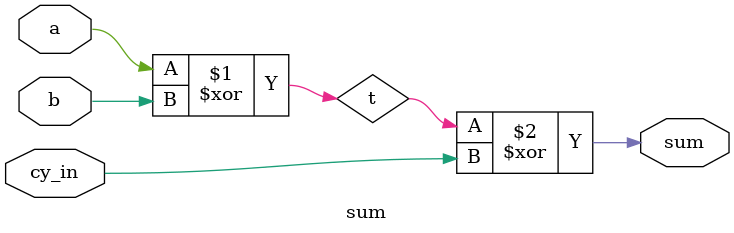
<source format=v>
module sum(sum, a, b, cy_in);
    input a,b,cy_in;
    output sum;
    wire t;

    xor x1 (t, a, b);
    xor x2 (sum, t, cy_in);
endmodule
</source>
